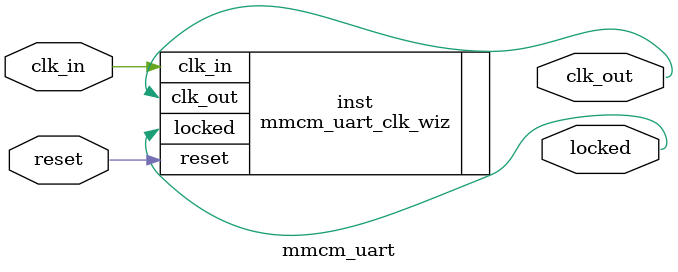
<source format=v>


`timescale 1ps/1ps

(* CORE_GENERATION_INFO = "mmcm_uart,clk_wiz_v6_0_11_0_0,{component_name=mmcm_uart,use_phase_alignment=true,use_min_o_jitter=false,use_max_i_jitter=false,use_dyn_phase_shift=false,use_inclk_switchover=false,use_dyn_reconfig=false,enable_axi=0,feedback_source=FDBK_AUTO,PRIMITIVE=MMCM,num_out_clk=1,clkin1_period=83.333,clkin2_period=10.0,use_power_down=false,use_reset=true,use_locked=true,use_inclk_stopped=false,feedback_type=SINGLE,CLOCK_MGR_TYPE=NA,manual_override=false}" *)

module mmcm_uart 
 (
  // Clock out ports
  output        clk_out,
  // Status and control signals
  input         reset,
  output        locked,
 // Clock in ports
  input         clk_in
 );

  mmcm_uart_clk_wiz inst
  (
  // Clock out ports  
  .clk_out(clk_out),
  // Status and control signals               
  .reset(reset), 
  .locked(locked),
 // Clock in ports
  .clk_in(clk_in)
  );

endmodule

</source>
